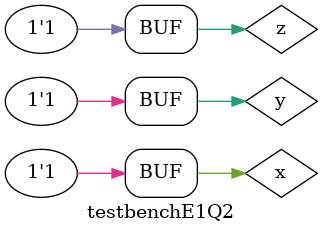
<source format=v>
module testbenchE1Q2();
reg x,y,z;
wire F,Fn;
threeinputdata test(x,y,z,F,Fn);
initial
begin
$monitor($time," x=%b,y=%b,z=%b,F=%b,Fn=%b",x,y,z,F,Fn);
    x=1'b0;y=1'b0;z=1'b0; //1
#50 x=1'b0;y=1'b0;z=1'b1; //2
#50 x=1'b0;y=1'b1;z=1'b0; //3
#50 x=1'b0;y=1'b1;z=1'b1; //4
#50 x=1'b1;y=1'b0;z=1'b0; //5
#50 x=1'b1;y=1'b0;z=1'b1; //6
#50 x=1'b1;y=1'b1;z=1'b0; //7
#50 x=1'b1;y=1'b1;z=1'b1; //8
end
endmodule

</source>
